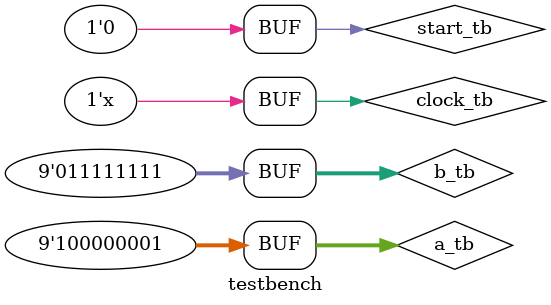
<source format=v>
`timescale 1ns/1ns

module testbench;

    // Inputs
    reg [8:0] a_tb;
    reg [8:0] b_tb;
    wire [3:0] state_tb;
    reg clock_tb;
    reg start_tb;
    wire sinal_tb;
    wire [16:0] res_tb;

    datapath uut (
        .a(a_tb), 
        .b(b_tb), 
        .res(res_tb),
        .clock(clock_tb),
        .sinal(sinal_tb),
        .state(state_tb)
    );

    control_unit utt (

        .clock(clock_tb),
        .start(start_tb),
        .state(state_tb),
        .sinal(sinal_tb)
    );

    initial begin
        start_tb = 1;
        // Observacao: colocar a entrada em binário, pois ao colocar um numero negativo em decimal, o Verilog armazena ele em complemento de 2.
        a_tb =9'b100000001;
        clock_tb = 0;
        b_tb =9'b011111111;
        #10
        start_tb = 0;
        

        
    end

    always  #10 clock_tb = ~clock_tb;
    



endmodule

</source>
